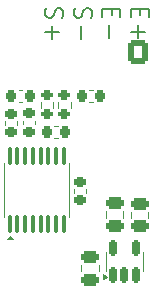
<source format=gbr>
%TF.GenerationSoftware,KiCad,Pcbnew,9.0.6*%
%TF.CreationDate,2025-12-29T21:45:29-05:00*%
%TF.ProjectId,plimsoll,706c696d-736f-46c6-9c2e-6b696361645f,rev?*%
%TF.SameCoordinates,Original*%
%TF.FileFunction,Legend,Top*%
%TF.FilePolarity,Positive*%
%FSLAX46Y46*%
G04 Gerber Fmt 4.6, Leading zero omitted, Abs format (unit mm)*
G04 Created by KiCad (PCBNEW 9.0.6) date 2025-12-29 21:45:29*
%MOMM*%
%LPD*%
G01*
G04 APERTURE LIST*
G04 Aperture macros list*
%AMRoundRect*
0 Rectangle with rounded corners*
0 $1 Rounding radius*
0 $2 $3 $4 $5 $6 $7 $8 $9 X,Y pos of 4 corners*
0 Add a 4 corners polygon primitive as box body*
4,1,4,$2,$3,$4,$5,$6,$7,$8,$9,$2,$3,0*
0 Add four circle primitives for the rounded corners*
1,1,$1+$1,$2,$3*
1,1,$1+$1,$4,$5*
1,1,$1+$1,$6,$7*
1,1,$1+$1,$8,$9*
0 Add four rect primitives between the rounded corners*
20,1,$1+$1,$2,$3,$4,$5,0*
20,1,$1+$1,$4,$5,$6,$7,0*
20,1,$1+$1,$6,$7,$8,$9,0*
20,1,$1+$1,$8,$9,$2,$3,0*%
G04 Aperture macros list end*
%ADD10C,0.187500*%
%ADD11C,0.120000*%
%ADD12RoundRect,0.250000X0.600000X0.725000X-0.600000X0.725000X-0.600000X-0.725000X0.600000X-0.725000X0*%
%ADD13O,1.700000X1.950000*%
%ADD14RoundRect,0.225000X-0.250000X0.225000X-0.250000X-0.225000X0.250000X-0.225000X0.250000X0.225000X0*%
%ADD15C,3.200000*%
%ADD16RoundRect,0.250000X0.475000X-0.250000X0.475000X0.250000X-0.475000X0.250000X-0.475000X-0.250000X0*%
%ADD17RoundRect,0.100000X0.100000X-0.637500X0.100000X0.637500X-0.100000X0.637500X-0.100000X-0.637500X0*%
%ADD18RoundRect,0.150000X0.150000X-0.512500X0.150000X0.512500X-0.150000X0.512500X-0.150000X-0.512500X0*%
%ADD19RoundRect,0.225000X0.225000X0.250000X-0.225000X0.250000X-0.225000X-0.250000X0.225000X-0.250000X0*%
%ADD20RoundRect,0.225000X-0.225000X-0.250000X0.225000X-0.250000X0.225000X0.250000X-0.225000X0.250000X0*%
%ADD21RoundRect,0.225000X0.250000X-0.225000X0.250000X0.225000X-0.250000X0.225000X-0.250000X-0.225000X0*%
%ADD22RoundRect,0.200000X0.275000X-0.200000X0.275000X0.200000X-0.275000X0.200000X-0.275000X-0.200000X0*%
%ADD23RoundRect,0.250000X-0.475000X0.250000X-0.475000X-0.250000X0.475000X-0.250000X0.475000X0.250000X0*%
%ADD24R,1.350000X1.350000*%
%ADD25C,1.350000*%
G04 APERTURE END LIST*
D10*
X38423783Y-20380497D02*
X38423783Y-20880497D01*
X37638069Y-21094783D02*
X37638069Y-20380497D01*
X37638069Y-20380497D02*
X39138069Y-20380497D01*
X39138069Y-20380497D02*
X39138069Y-21094783D01*
X38209498Y-21737640D02*
X38209498Y-22880498D01*
X37638069Y-22309069D02*
X38780926Y-22309069D01*
X36008867Y-20380497D02*
X36008867Y-20880497D01*
X35223153Y-21094783D02*
X35223153Y-20380497D01*
X35223153Y-20380497D02*
X36723153Y-20380497D01*
X36723153Y-20380497D02*
X36723153Y-21094783D01*
X35794582Y-21737640D02*
X35794582Y-22880498D01*
X32879666Y-20309069D02*
X32808237Y-20523355D01*
X32808237Y-20523355D02*
X32808237Y-20880497D01*
X32808237Y-20880497D02*
X32879666Y-21023355D01*
X32879666Y-21023355D02*
X32951094Y-21094783D01*
X32951094Y-21094783D02*
X33093951Y-21166212D01*
X33093951Y-21166212D02*
X33236808Y-21166212D01*
X33236808Y-21166212D02*
X33379666Y-21094783D01*
X33379666Y-21094783D02*
X33451094Y-21023355D01*
X33451094Y-21023355D02*
X33522523Y-20880497D01*
X33522523Y-20880497D02*
X33593951Y-20594783D01*
X33593951Y-20594783D02*
X33665380Y-20451926D01*
X33665380Y-20451926D02*
X33736808Y-20380497D01*
X33736808Y-20380497D02*
X33879666Y-20309069D01*
X33879666Y-20309069D02*
X34022523Y-20309069D01*
X34022523Y-20309069D02*
X34165380Y-20380497D01*
X34165380Y-20380497D02*
X34236808Y-20451926D01*
X34236808Y-20451926D02*
X34308237Y-20594783D01*
X34308237Y-20594783D02*
X34308237Y-20951926D01*
X34308237Y-20951926D02*
X34236808Y-21166212D01*
X33379666Y-21809068D02*
X33379666Y-22951926D01*
X30464750Y-20309069D02*
X30393321Y-20523355D01*
X30393321Y-20523355D02*
X30393321Y-20880497D01*
X30393321Y-20880497D02*
X30464750Y-21023355D01*
X30464750Y-21023355D02*
X30536178Y-21094783D01*
X30536178Y-21094783D02*
X30679035Y-21166212D01*
X30679035Y-21166212D02*
X30821892Y-21166212D01*
X30821892Y-21166212D02*
X30964750Y-21094783D01*
X30964750Y-21094783D02*
X31036178Y-21023355D01*
X31036178Y-21023355D02*
X31107607Y-20880497D01*
X31107607Y-20880497D02*
X31179035Y-20594783D01*
X31179035Y-20594783D02*
X31250464Y-20451926D01*
X31250464Y-20451926D02*
X31321892Y-20380497D01*
X31321892Y-20380497D02*
X31464750Y-20309069D01*
X31464750Y-20309069D02*
X31607607Y-20309069D01*
X31607607Y-20309069D02*
X31750464Y-20380497D01*
X31750464Y-20380497D02*
X31821892Y-20451926D01*
X31821892Y-20451926D02*
X31893321Y-20594783D01*
X31893321Y-20594783D02*
X31893321Y-20951926D01*
X31893321Y-20951926D02*
X31821892Y-21166212D01*
X30964750Y-21809068D02*
X30964750Y-22951926D01*
X30393321Y-22380497D02*
X31536178Y-22380497D01*
D11*
%TO.C,C8*%
X32820000Y-35664420D02*
X32820000Y-35945580D01*
X33840000Y-35664420D02*
X33840000Y-35945580D01*
%TO.C,C11*%
X37635000Y-38081252D02*
X37635000Y-37558748D01*
X39105000Y-38081252D02*
X39105000Y-37558748D01*
%TO.C,U1*%
X26915000Y-38022500D02*
X26915000Y-33402500D01*
X32385000Y-33402500D02*
X32385000Y-38022500D01*
X27610000Y-39902500D02*
X27130000Y-39902500D01*
X27370000Y-39572500D01*
X27610000Y-39902500D01*
G36*
X27610000Y-39902500D02*
G01*
X27130000Y-39902500D01*
X27370000Y-39572500D01*
X27610000Y-39902500D01*
G37*
%TO.C,U5*%
X35520000Y-41752500D02*
X35520000Y-40952500D01*
X35520000Y-41752500D02*
X35520000Y-42552500D01*
X38640000Y-41752500D02*
X38640000Y-40952500D01*
X38640000Y-41752500D02*
X38640000Y-42552500D01*
X35570000Y-43052500D02*
X35240000Y-43292500D01*
X35240000Y-42812500D01*
X35570000Y-43052500D01*
G36*
X35570000Y-43052500D02*
G01*
X35240000Y-43292500D01*
X35240000Y-42812500D01*
X35570000Y-43052500D01*
G37*
%TO.C,C7*%
X31415580Y-30290000D02*
X31134420Y-30290000D01*
X31415580Y-31310000D02*
X31134420Y-31310000D01*
%TO.C,C2*%
X28134420Y-27240000D02*
X28415580Y-27240000D01*
X28134420Y-28260000D02*
X28415580Y-28260000D01*
%TO.C,C9*%
X26990000Y-30190580D02*
X26990000Y-29909420D01*
X28010000Y-30190580D02*
X28010000Y-29909420D01*
%TO.C,R8*%
X31477500Y-28737258D02*
X31477500Y-28262742D01*
X32522500Y-28737258D02*
X32522500Y-28262742D01*
%TO.C,R7*%
X29977500Y-28737258D02*
X29977500Y-28262742D01*
X31022500Y-28737258D02*
X31022500Y-28262742D01*
%TO.C,C12*%
X28490000Y-29859420D02*
X28490000Y-30140580D01*
X29510000Y-29859420D02*
X29510000Y-30140580D01*
%TO.C,C1*%
X34390580Y-27240000D02*
X34109420Y-27240000D01*
X34390580Y-28260000D02*
X34109420Y-28260000D01*
%TO.C,C6*%
X33415000Y-42088748D02*
X33415000Y-42611252D01*
X34885000Y-42088748D02*
X34885000Y-42611252D01*
%TO.C,C10*%
X35505000Y-38061252D02*
X35505000Y-37538748D01*
X36975000Y-38061252D02*
X36975000Y-37538748D01*
%TD*%
%LPC*%
D12*
%TO.C,J3*%
X38200000Y-24060000D03*
D13*
X35700000Y-24060000D03*
X33200000Y-24060000D03*
X30700000Y-24060000D03*
%TD*%
D14*
%TO.C,C8*%
X33330000Y-35030000D03*
X33330000Y-36580000D03*
%TD*%
D15*
%TO.C,H1*%
X36600000Y-31839706D03*
%TD*%
D16*
%TO.C,C11*%
X38370000Y-38770000D03*
X38370000Y-36870000D03*
%TD*%
D17*
%TO.C,U1*%
X27375000Y-38575000D03*
X28025000Y-38575000D03*
X28675000Y-38575000D03*
X29325000Y-38575000D03*
X29975000Y-38575000D03*
X30625000Y-38575000D03*
X31275000Y-38575000D03*
X31925000Y-38575000D03*
X31925000Y-32850000D03*
X31275000Y-32850000D03*
X30625000Y-32850000D03*
X29975000Y-32850000D03*
X29325000Y-32850000D03*
X28675000Y-32850000D03*
X28025000Y-32850000D03*
X27375000Y-32850000D03*
%TD*%
D18*
%TO.C,U5*%
X36130000Y-42890000D03*
X37080000Y-42890000D03*
X38030000Y-42890000D03*
X38030000Y-40615000D03*
X36130000Y-40615000D03*
%TD*%
D19*
%TO.C,C7*%
X32050000Y-30800000D03*
X30500000Y-30800000D03*
%TD*%
D20*
%TO.C,C2*%
X27500000Y-27750000D03*
X29050000Y-27750000D03*
%TD*%
D21*
%TO.C,C9*%
X27500000Y-30825000D03*
X27500000Y-29275000D03*
%TD*%
D22*
%TO.C,R8*%
X32000000Y-29325000D03*
X32000000Y-27675000D03*
%TD*%
%TO.C,R7*%
X30500000Y-29325000D03*
X30500000Y-27675000D03*
%TD*%
D14*
%TO.C,C12*%
X29000000Y-29225000D03*
X29000000Y-30775000D03*
%TD*%
D19*
%TO.C,C1*%
X35025000Y-27750000D03*
X33475000Y-27750000D03*
%TD*%
D23*
%TO.C,C6*%
X34150000Y-41400000D03*
X34150000Y-43300000D03*
%TD*%
D16*
%TO.C,C10*%
X36240000Y-38750000D03*
X36240000Y-36850000D03*
%TD*%
D24*
%TO.C,J1*%
X29480000Y-47480000D03*
D25*
X29480000Y-45480000D03*
X31480000Y-47480000D03*
X31480000Y-45480000D03*
X33480000Y-47480000D03*
X33480000Y-45480000D03*
X35480000Y-47480000D03*
X35480000Y-45480000D03*
X37480000Y-47480000D03*
X37480000Y-45480000D03*
X39480000Y-47480000D03*
X39480000Y-45480000D03*
%TD*%
%LPD*%
M02*

</source>
